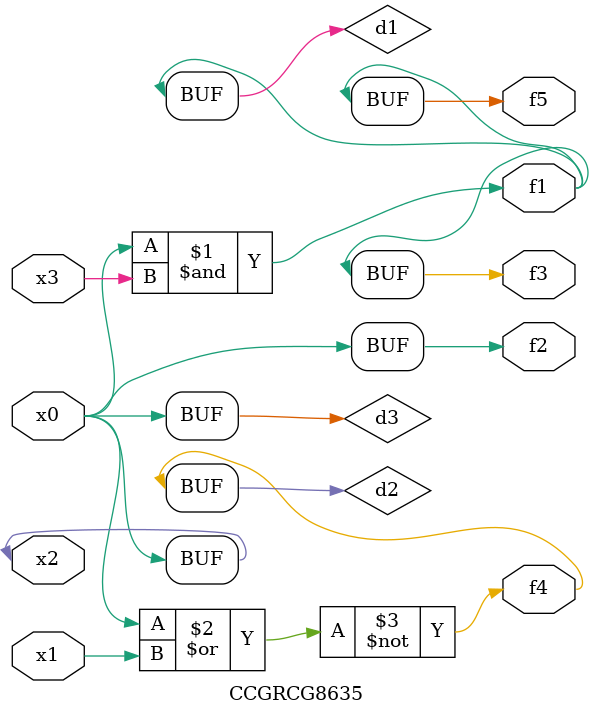
<source format=v>
module CCGRCG8635(
	input x0, x1, x2, x3,
	output f1, f2, f3, f4, f5
);

	wire d1, d2, d3;

	and (d1, x2, x3);
	nor (d2, x0, x1);
	buf (d3, x0, x2);
	assign f1 = d1;
	assign f2 = d3;
	assign f3 = d1;
	assign f4 = d2;
	assign f5 = d1;
endmodule

</source>
